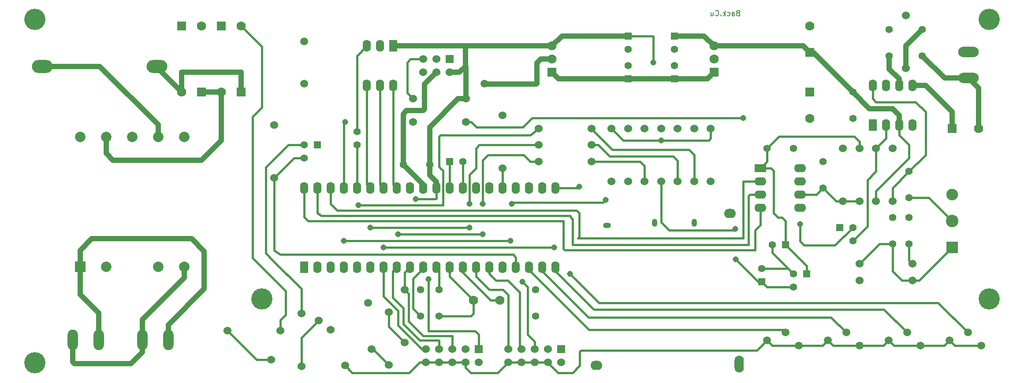
<source format=gbr>
G04 (created by PCBNEW (2013-june-11)-stable) date St 26. únor 2014, 21:47:00 CET*
%MOIN*%
G04 Gerber Fmt 3.4, Leading zero omitted, Abs format*
%FSLAX34Y34*%
G01*
G70*
G90*
G04 APERTURE LIST*
%ADD10C,0.00590551*%
%ADD11C,0.00584252*%
%ADD12R,0.055X0.055*%
%ADD13C,0.055*%
%ADD14C,0.06*%
%ADD15O,0.1575X0.0984*%
%ADD16R,0.09X0.062*%
%ADD17O,0.09X0.062*%
%ADD18R,0.062X0.09*%
%ADD19O,0.062X0.09*%
%ADD20C,0.07*%
%ADD21R,0.07X0.07*%
%ADD22C,0.0943*%
%ADD23R,0.0882X0.0882*%
%ADD24C,0.0882*%
%ADD25C,0.0590551*%
%ADD26R,0.0787402X0.0787402*%
%ADD27C,0.0787402*%
%ADD28R,0.06X0.06*%
%ADD29O,0.156X0.078*%
%ADD30O,0.078X0.156*%
%ADD31O,0.06X0.04*%
%ADD32O,0.04X0.06*%
%ADD33O,0.09X0.07*%
%ADD34O,0.07X0.13*%
%ADD35C,0.16*%
%ADD36C,0.045*%
%ADD37C,0.0170079*%
%ADD38C,0.0393701*%
G04 APERTURE END LIST*
G54D10*
G54D11*
X54296Y27746D02*
X54240Y27728D01*
X54221Y27709D01*
X54203Y27671D01*
X54203Y27615D01*
X54221Y27578D01*
X54240Y27559D01*
X54278Y27540D01*
X54427Y27540D01*
X54427Y27934D01*
X54296Y27934D01*
X54259Y27915D01*
X54240Y27896D01*
X54221Y27859D01*
X54221Y27821D01*
X54240Y27784D01*
X54259Y27765D01*
X54296Y27746D01*
X54427Y27746D01*
X53865Y27540D02*
X53865Y27746D01*
X53884Y27784D01*
X53921Y27803D01*
X53996Y27803D01*
X54034Y27784D01*
X53865Y27559D02*
X53903Y27540D01*
X53996Y27540D01*
X54034Y27559D01*
X54053Y27596D01*
X54053Y27634D01*
X54034Y27671D01*
X53996Y27690D01*
X53903Y27690D01*
X53865Y27709D01*
X53509Y27559D02*
X53546Y27540D01*
X53621Y27540D01*
X53659Y27559D01*
X53678Y27578D01*
X53696Y27615D01*
X53696Y27728D01*
X53678Y27765D01*
X53659Y27784D01*
X53621Y27803D01*
X53546Y27803D01*
X53509Y27784D01*
X53340Y27540D02*
X53340Y27934D01*
X53303Y27690D02*
X53190Y27540D01*
X53190Y27803D02*
X53340Y27653D01*
X53021Y27578D02*
X53003Y27559D01*
X53021Y27540D01*
X53040Y27559D01*
X53021Y27578D01*
X53021Y27540D01*
X52609Y27578D02*
X52628Y27559D01*
X52684Y27540D01*
X52721Y27540D01*
X52778Y27559D01*
X52815Y27596D01*
X52834Y27634D01*
X52853Y27709D01*
X52853Y27765D01*
X52834Y27840D01*
X52815Y27878D01*
X52778Y27915D01*
X52721Y27934D01*
X52684Y27934D01*
X52628Y27915D01*
X52609Y27896D01*
X52272Y27803D02*
X52272Y27540D01*
X52440Y27803D02*
X52440Y27596D01*
X52421Y27559D01*
X52384Y27540D01*
X52328Y27540D01*
X52290Y27559D01*
X52272Y27578D01*
G54D12*
X22500Y17750D03*
G54D13*
X21500Y17750D03*
X21500Y16750D03*
G54D12*
X62000Y11500D03*
G54D13*
X63000Y11500D03*
X63000Y10500D03*
G54D14*
X29750Y19500D03*
X33750Y19500D03*
X29100Y2800D03*
X29100Y6800D03*
X21300Y5000D03*
X21300Y1000D03*
X19250Y19250D03*
X19250Y15250D03*
X46000Y15000D03*
X46000Y19000D03*
X43250Y16500D03*
X39250Y16500D03*
X43250Y17750D03*
X39250Y17750D03*
X43250Y19000D03*
X39250Y19000D03*
X51000Y15000D03*
X51000Y19000D03*
X49750Y15000D03*
X49750Y19000D03*
X47250Y15000D03*
X47250Y19000D03*
X44750Y19000D03*
X44750Y15000D03*
X48500Y15000D03*
X48500Y19000D03*
X52250Y19000D03*
X52250Y15000D03*
X67000Y23550D03*
X67000Y27550D03*
X66000Y13500D03*
X66000Y17500D03*
X62250Y13500D03*
X62250Y17500D03*
X63500Y8750D03*
X67500Y8750D03*
X63500Y7500D03*
X67500Y7500D03*
X33750Y21250D03*
X29750Y21250D03*
X63500Y17500D03*
X63500Y13500D03*
X36500Y16000D03*
X36500Y20000D03*
X64750Y13500D03*
X64750Y17500D03*
G54D15*
X10381Y23700D03*
X1719Y23700D03*
G54D16*
X56000Y16000D03*
G54D17*
X56000Y15000D03*
X56000Y14000D03*
X56000Y13000D03*
X59000Y13000D03*
X59000Y14000D03*
X59000Y15000D03*
X59000Y16000D03*
G54D18*
X64500Y19250D03*
G54D19*
X65500Y19250D03*
X66500Y19250D03*
X67500Y19250D03*
X67500Y22250D03*
X66500Y22250D03*
X65500Y22250D03*
X64500Y22250D03*
G54D18*
X21500Y8500D03*
G54D19*
X22500Y8500D03*
X23500Y8500D03*
X24500Y8500D03*
X25500Y8500D03*
X26500Y8500D03*
X27500Y8500D03*
X28500Y8500D03*
X29500Y8500D03*
X30500Y8500D03*
X31500Y8500D03*
X32500Y8500D03*
X33500Y8500D03*
X34500Y8500D03*
X35500Y8500D03*
X36500Y8500D03*
X37500Y8500D03*
X38500Y8500D03*
X39500Y8500D03*
X40500Y8500D03*
X40500Y14500D03*
X39500Y14500D03*
X38500Y14500D03*
X37500Y14500D03*
X36500Y14500D03*
X35500Y14500D03*
X34500Y14500D03*
X33500Y14500D03*
X32500Y14500D03*
X31500Y14500D03*
X30500Y14500D03*
X29500Y14500D03*
X28500Y14500D03*
X27500Y14500D03*
X26500Y14500D03*
X25500Y14500D03*
X24500Y14500D03*
X23500Y14500D03*
X22500Y14500D03*
X21500Y14500D03*
G54D20*
X16750Y26750D03*
G54D21*
X16750Y21750D03*
G54D20*
X15250Y21750D03*
G54D21*
X15250Y26750D03*
G54D20*
X12250Y21750D03*
G54D21*
X12250Y26750D03*
G54D20*
X13750Y26750D03*
G54D21*
X13750Y21750D03*
X59750Y21750D03*
G54D20*
X59750Y19750D03*
G54D21*
X70500Y19000D03*
G54D20*
X72500Y19000D03*
G54D21*
X59750Y24750D03*
G54D20*
X59750Y26750D03*
G54D13*
X66000Y10250D03*
X66000Y12250D03*
X63000Y21750D03*
X63000Y19750D03*
X68250Y24500D03*
X68250Y26500D03*
X67250Y13750D03*
X67250Y15750D03*
X67250Y10250D03*
X67250Y12250D03*
X39000Y6800D03*
X39000Y4800D03*
X31700Y6800D03*
X31700Y4800D03*
X30300Y4800D03*
X30300Y6800D03*
X31000Y16250D03*
X29000Y16250D03*
G54D12*
X57900Y10200D03*
G54D13*
X56900Y10200D03*
G54D12*
X56100Y7400D03*
G54D13*
X56100Y8400D03*
G54D12*
X46000Y22750D03*
G54D13*
X46000Y23750D03*
G54D12*
X46000Y26000D03*
G54D13*
X46000Y25000D03*
X60750Y14500D03*
X60750Y16500D03*
G54D22*
X70500Y12000D03*
G54D23*
X70500Y10000D03*
G54D24*
X70500Y14000D03*
G54D13*
X65750Y24500D03*
X65750Y26500D03*
G54D12*
X59500Y8000D03*
G54D13*
X58500Y8000D03*
X58500Y7000D03*
G54D20*
X36300Y6000D03*
X34300Y6000D03*
G54D12*
X32500Y16500D03*
G54D13*
X33500Y16500D03*
G54D21*
X40250Y23250D03*
G54D20*
X40250Y25250D03*
X40250Y24250D03*
G54D12*
X49500Y22750D03*
G54D13*
X49500Y23750D03*
G54D12*
X49500Y26000D03*
G54D13*
X49500Y25000D03*
G54D21*
X52500Y23250D03*
G54D20*
X52500Y25250D03*
X52500Y24250D03*
G54D25*
X21500Y25600D03*
X21500Y22400D03*
G54D14*
X19700Y3700D03*
X15700Y3700D03*
G54D18*
X28250Y25250D03*
G54D19*
X27250Y25250D03*
X26250Y25250D03*
X26250Y22250D03*
X27250Y22250D03*
X28250Y22250D03*
G54D26*
X4562Y8528D03*
G54D27*
X6531Y8528D03*
X10468Y8528D03*
X12437Y8528D03*
X12437Y18371D03*
X10468Y18371D03*
X8500Y18371D03*
X6531Y18371D03*
X4562Y18371D03*
G54D28*
X32500Y24250D03*
G54D14*
X32500Y23250D03*
X31500Y24250D03*
X31500Y23250D03*
X30500Y24250D03*
X30500Y23250D03*
G54D29*
X71750Y22810D03*
X71750Y24780D03*
G54D30*
X9260Y3000D03*
X11230Y3000D03*
X4010Y3000D03*
X5980Y3000D03*
G54D14*
X27900Y5100D03*
X27900Y1100D03*
G54D28*
X34700Y2300D03*
G54D14*
X34700Y1300D03*
X33700Y2300D03*
X33700Y1300D03*
X32700Y2300D03*
X32700Y1300D03*
X31700Y2300D03*
X31700Y1300D03*
X30700Y2300D03*
X30700Y1300D03*
G54D28*
X40950Y2300D03*
G54D14*
X40950Y1300D03*
X39950Y2300D03*
X39950Y1300D03*
X38950Y2300D03*
X38950Y1300D03*
X37950Y2300D03*
X37950Y1300D03*
X36950Y2300D03*
X36950Y1300D03*
G54D13*
X58500Y17500D03*
X56500Y17500D03*
G54D31*
X44400Y11650D03*
G54D32*
X51000Y11850D03*
G54D33*
X53700Y12550D03*
G54D32*
X48000Y11850D03*
G54D33*
X43600Y1050D03*
G54D34*
X54400Y1150D03*
G54D13*
X25500Y17750D03*
X25500Y18750D03*
G54D14*
X19000Y1500D03*
G54D25*
X57900Y3550D03*
X56500Y2950D03*
X58900Y2550D03*
X62500Y3550D03*
X61100Y2950D03*
X63500Y2550D03*
X67100Y3550D03*
X65700Y2950D03*
X68100Y2550D03*
X71700Y3550D03*
X70300Y2950D03*
X72700Y2550D03*
G54D14*
X24600Y1050D03*
X26600Y2300D03*
X23500Y3750D03*
X22600Y4450D03*
X26350Y5800D03*
G54D35*
X1150Y1250D03*
X1150Y27250D03*
X73300Y27250D03*
X73300Y6100D03*
X18300Y6100D03*
G54D36*
X38000Y7400D03*
X42300Y14600D03*
X41600Y8000D03*
X44300Y13600D03*
X37200Y13300D03*
X37100Y10500D03*
X24500Y10500D03*
X40400Y10000D03*
X27500Y10000D03*
X30900Y7600D03*
X26500Y11500D03*
X34000Y11500D03*
X34000Y13300D03*
X28600Y11000D03*
X35000Y11000D03*
X35000Y13300D03*
X24600Y19500D03*
X25600Y13200D03*
X54100Y11400D03*
X54150Y9100D03*
X48500Y18100D03*
G54D25*
X35150Y22400D03*
G54D36*
X54700Y19800D03*
X59000Y11750D03*
X47900Y24000D03*
X29950Y13650D03*
G54D37*
X56000Y14000D02*
X55200Y14000D01*
X22500Y12600D02*
X22500Y14500D01*
X22800Y12400D02*
X22500Y12600D01*
X41600Y12400D02*
X22800Y12400D01*
X41800Y12100D02*
X41600Y12400D01*
X41800Y10200D02*
X41800Y12100D01*
X55100Y10200D02*
X41800Y10200D01*
X55100Y13900D02*
X55100Y10200D01*
X55200Y14000D02*
X55100Y13900D01*
X56000Y13000D02*
X56000Y11700D01*
X21500Y12300D02*
X21500Y14500D01*
X21800Y12000D02*
X21500Y12300D01*
X41100Y12000D02*
X21800Y12000D01*
X41100Y9900D02*
X41100Y12000D01*
X41200Y9800D02*
X41100Y9900D01*
X55600Y9800D02*
X41200Y9800D01*
X55600Y11300D02*
X55600Y9800D01*
X56000Y11700D02*
X55600Y11300D01*
X38950Y2300D02*
X38950Y2850D01*
X38000Y7400D02*
X38400Y7000D01*
X38400Y3400D02*
X38400Y7000D01*
X38950Y2850D02*
X38400Y3400D01*
X57200Y3750D02*
X57700Y3750D01*
X57700Y3750D02*
X57900Y3550D01*
X38500Y8500D02*
X38500Y8300D01*
X43050Y3750D02*
X57200Y3750D01*
X57200Y3750D02*
X57250Y3750D01*
X38500Y8300D02*
X43050Y3750D01*
X60550Y4700D02*
X61350Y4700D01*
X39500Y8200D02*
X43000Y4700D01*
X43000Y4700D02*
X60550Y4700D01*
X39500Y8500D02*
X39500Y8200D01*
X61350Y4700D02*
X62500Y3550D01*
X64200Y5300D02*
X65350Y5300D01*
X40500Y8200D02*
X43400Y5300D01*
X43400Y5300D02*
X64200Y5300D01*
X40500Y8500D02*
X40500Y8200D01*
X65350Y5300D02*
X67100Y3550D01*
X68600Y5800D02*
X69450Y5800D01*
X42300Y14600D02*
X42200Y14500D01*
X40500Y14500D02*
X42200Y14500D01*
X68600Y5800D02*
X43800Y5800D01*
X43800Y5800D02*
X41600Y8000D01*
X69450Y5800D02*
X71700Y3550D01*
X37500Y8500D02*
X37500Y9200D01*
X19250Y9750D02*
X19250Y15250D01*
X19700Y9450D02*
X19250Y9750D01*
X37350Y9450D02*
X19700Y9450D01*
X37500Y9200D02*
X37350Y9450D01*
X21500Y16750D02*
X20750Y16750D01*
X20750Y16750D02*
X19250Y15250D01*
X44100Y13400D02*
X44300Y13600D01*
X37300Y13400D02*
X44100Y13400D01*
X37200Y13300D02*
X37300Y13400D01*
X35600Y10500D02*
X37100Y10500D01*
X24500Y10500D02*
X35600Y10500D01*
X28250Y22250D02*
X28250Y14750D01*
X28250Y14750D02*
X28500Y14500D01*
X36500Y16000D02*
X36500Y14500D01*
X30700Y2300D02*
X30400Y2300D01*
X28600Y4500D02*
X28600Y5200D01*
X28600Y5200D02*
X27500Y6300D01*
X27500Y6300D02*
X27500Y8500D01*
X28600Y4100D02*
X28600Y4500D01*
X30400Y2300D02*
X28600Y4100D01*
X27500Y10000D02*
X40400Y10000D01*
X30900Y3650D02*
X34450Y3650D01*
X34700Y3400D02*
X34700Y2300D01*
X34450Y3650D02*
X34700Y3400D01*
X30900Y5900D02*
X30900Y7600D01*
X30900Y3643D02*
X30900Y3650D01*
X30900Y3650D02*
X30900Y5900D01*
X34000Y11500D02*
X26500Y11500D01*
X34000Y15500D02*
X34000Y13300D01*
X34500Y16000D02*
X34000Y15500D01*
X34500Y17500D02*
X34500Y16000D01*
X34750Y17750D02*
X34500Y17500D01*
X39250Y17750D02*
X34750Y17750D01*
X31700Y2300D02*
X31700Y2909D01*
X29000Y4581D02*
X29000Y5400D01*
X29000Y5400D02*
X28200Y6200D01*
X28200Y6200D02*
X28200Y8200D01*
X28200Y8200D02*
X28500Y8500D01*
X29000Y4200D02*
X29000Y4581D01*
X30250Y2950D02*
X29000Y4200D01*
X31659Y2950D02*
X30250Y2950D01*
X31700Y2909D02*
X31659Y2950D01*
X39250Y16500D02*
X38600Y16500D01*
X35000Y11000D02*
X28600Y11000D01*
X35000Y16600D02*
X35000Y13300D01*
X35400Y17000D02*
X35000Y16600D01*
X38100Y17000D02*
X35400Y17000D01*
X38600Y16500D02*
X38100Y17000D01*
X27250Y22250D02*
X27250Y14750D01*
X27250Y14750D02*
X27500Y14500D01*
X26250Y22250D02*
X26250Y14750D01*
X26250Y14750D02*
X26500Y14500D01*
X36950Y2300D02*
X36950Y6400D01*
X34500Y7800D02*
X35500Y6800D01*
X34500Y7800D02*
X34500Y8500D01*
X36550Y6800D02*
X35500Y6800D01*
X36950Y6400D02*
X36550Y6800D01*
X37800Y2700D02*
X37800Y2450D01*
X37800Y2700D02*
X37800Y6600D01*
X37800Y6600D02*
X36900Y7500D01*
X36900Y7500D02*
X36000Y7500D01*
X36000Y7500D02*
X35500Y8000D01*
X35500Y8500D02*
X35500Y8000D01*
X37800Y2450D02*
X37950Y2300D01*
X25500Y14500D02*
X25500Y17750D01*
X56000Y15000D02*
X54700Y15000D01*
X23500Y13300D02*
X23500Y14500D01*
X24000Y12800D02*
X23500Y13300D01*
X42100Y12800D02*
X24000Y12800D01*
X42300Y12600D02*
X42100Y12800D01*
X42300Y10800D02*
X42300Y12600D01*
X42200Y10700D02*
X42300Y10800D01*
X54700Y10700D02*
X42200Y10700D01*
X54700Y15000D02*
X54700Y10700D01*
X24500Y19400D02*
X24500Y14500D01*
X24600Y19500D02*
X24500Y19400D01*
X32700Y2300D02*
X32700Y3300D01*
X29400Y4662D02*
X29400Y6500D01*
X29400Y6500D02*
X29100Y6800D01*
X29400Y4400D02*
X29400Y4662D01*
X30500Y3300D02*
X29400Y4400D01*
X32700Y3300D02*
X30500Y3300D01*
X29100Y6800D02*
X29100Y8100D01*
X29100Y8100D02*
X29500Y8500D01*
X39250Y19000D02*
X38600Y18500D01*
X32000Y13200D02*
X25600Y13200D01*
X32000Y15800D02*
X32000Y13200D01*
X31700Y16100D02*
X32000Y15800D01*
X31700Y18400D02*
X31700Y16100D01*
X31800Y18500D02*
X31700Y18400D01*
X34200Y18500D02*
X31800Y18500D01*
X38600Y18500D02*
X34200Y18500D01*
X56100Y7400D02*
X55850Y7400D01*
X48500Y11900D02*
X48500Y15000D01*
X49100Y11300D02*
X48500Y11900D01*
X54000Y11300D02*
X49100Y11300D01*
X54100Y11400D02*
X54000Y11300D01*
X55850Y7400D02*
X54150Y9100D01*
X48500Y18100D02*
X45650Y18100D01*
X45650Y18100D02*
X44750Y19000D01*
X52250Y18250D02*
X52250Y19000D01*
X52100Y18100D02*
X52250Y18250D01*
X48500Y18100D02*
X52100Y18100D01*
X58500Y7000D02*
X56500Y7000D01*
X56500Y7000D02*
X56100Y7400D01*
X19700Y3700D02*
X19700Y4500D01*
X18300Y25200D02*
X16750Y26750D01*
X18300Y20600D02*
X18300Y25200D01*
X17600Y19900D02*
X18300Y20600D01*
X17600Y9200D02*
X17600Y19900D01*
X20100Y6700D02*
X17600Y9200D01*
X20100Y4900D02*
X20100Y6700D01*
X19700Y4500D02*
X20100Y4900D01*
X39950Y1300D02*
X39950Y1250D01*
X42350Y1050D02*
X42350Y2100D01*
X42350Y2100D02*
X42450Y2200D01*
X42450Y2200D02*
X55700Y2200D01*
X55750Y2200D02*
X56500Y2950D01*
X55700Y2200D02*
X55750Y2200D01*
X41800Y500D02*
X42350Y1050D01*
X40700Y500D02*
X41800Y500D01*
X39950Y1250D02*
X40700Y500D01*
X38950Y1300D02*
X39950Y1300D01*
X37950Y1300D02*
X38950Y1300D01*
X36950Y1300D02*
X37950Y1300D01*
X33700Y1300D02*
X33700Y900D01*
X36150Y500D02*
X36950Y1300D01*
X34100Y500D02*
X36150Y500D01*
X33700Y900D02*
X34100Y500D01*
X30700Y1300D02*
X30250Y1300D01*
X25150Y500D02*
X24600Y1050D01*
X29450Y500D02*
X25150Y500D01*
X30250Y1300D02*
X29450Y500D01*
X32700Y1300D02*
X33700Y1300D01*
X31700Y1300D02*
X32700Y1300D01*
X30700Y1300D02*
X31700Y1300D01*
X72700Y2550D02*
X70700Y2550D01*
X70700Y2550D02*
X70300Y2950D01*
X68100Y2550D02*
X69900Y2550D01*
X69900Y2550D02*
X70300Y2950D01*
X68100Y2550D02*
X66100Y2550D01*
X66100Y2550D02*
X65700Y2950D01*
X63500Y2550D02*
X65300Y2550D01*
X65300Y2550D02*
X65700Y2950D01*
X63500Y2550D02*
X61500Y2550D01*
X61500Y2550D02*
X61100Y2950D01*
X58900Y2550D02*
X60700Y2550D01*
X60700Y2550D02*
X61100Y2950D01*
X58900Y2550D02*
X56900Y2550D01*
X56900Y2550D02*
X56500Y2950D01*
G54D38*
X29000Y16250D02*
X29000Y20100D01*
X29000Y20100D02*
X29250Y20350D01*
X29250Y20350D02*
X30500Y20350D01*
X30500Y20350D02*
X30600Y20450D01*
X30600Y20450D02*
X30600Y22350D01*
X30600Y22350D02*
X31500Y23250D01*
X39400Y24250D02*
X40250Y24250D01*
X39100Y23950D02*
X39400Y24250D01*
X39100Y22400D02*
X39100Y23950D01*
X39050Y22350D02*
X39100Y22400D01*
X35200Y22350D02*
X39050Y22350D01*
X35150Y22400D02*
X35200Y22350D01*
X30500Y14500D02*
X30500Y14750D01*
X30500Y14750D02*
X29000Y16250D01*
G54D37*
X31700Y6800D02*
X31700Y8300D01*
X31700Y8300D02*
X31500Y8500D01*
X56900Y10200D02*
X56900Y9600D01*
X56900Y9600D02*
X58500Y8000D01*
X56100Y8400D02*
X58100Y8400D01*
X58100Y8400D02*
X58500Y8000D01*
X19000Y1500D02*
X17900Y1500D01*
X17900Y1500D02*
X15700Y3700D01*
X30500Y24250D02*
X29550Y24250D01*
X29300Y21700D02*
X29750Y21250D01*
X29300Y24000D02*
X29300Y21700D01*
X29550Y24250D02*
X29300Y24000D01*
X21300Y5000D02*
X21300Y6850D01*
X20300Y17750D02*
X21500Y17750D01*
X18600Y16050D02*
X20300Y17750D01*
X18600Y9550D02*
X18600Y16050D01*
X19150Y9000D02*
X18600Y9550D01*
X21300Y6850D02*
X19150Y9000D01*
X32500Y14500D02*
X32500Y16500D01*
X33500Y14500D02*
X33500Y16500D01*
X21300Y1000D02*
X21300Y3150D01*
X21300Y3150D02*
X22600Y4450D01*
X26600Y2250D02*
X26750Y2250D01*
X26750Y2250D02*
X27900Y1100D01*
X25500Y18750D02*
X25500Y24500D01*
X25500Y24500D02*
X26250Y25250D01*
X33500Y8500D02*
X33500Y8100D01*
X35600Y6000D02*
X36300Y6000D01*
X33500Y8100D02*
X35600Y6000D01*
X31700Y4800D02*
X34100Y4800D01*
X34300Y5000D02*
X34300Y6000D01*
X34100Y4800D02*
X34300Y5000D01*
X32500Y8500D02*
X32500Y7800D01*
X32500Y7800D02*
X34300Y6000D01*
X43250Y19000D02*
X43250Y18950D01*
X51000Y17000D02*
X51000Y15000D01*
X50600Y17400D02*
X51000Y17000D01*
X44800Y17400D02*
X50600Y17400D01*
X43250Y18950D02*
X44800Y17400D01*
X43250Y16500D02*
X46900Y16500D01*
X47250Y16150D02*
X47250Y15000D01*
X46900Y16500D02*
X47250Y16150D01*
X43250Y17750D02*
X43750Y17750D01*
X49750Y16550D02*
X49750Y15000D01*
X49400Y16900D02*
X49750Y16550D01*
X44600Y16900D02*
X49400Y16900D01*
X43750Y17750D02*
X44600Y16900D01*
G54D38*
X67000Y23550D02*
X67000Y25250D01*
X67000Y25250D02*
X68250Y26500D01*
G54D37*
X64750Y17500D02*
X64750Y15750D01*
X64100Y11600D02*
X63000Y10500D01*
X64100Y15100D02*
X64100Y11600D01*
X64750Y15750D02*
X64100Y15100D01*
X65500Y19250D02*
X65500Y18250D01*
X65500Y18250D02*
X64750Y17500D01*
G54D38*
X66500Y22250D02*
X66500Y22750D01*
X65750Y23500D02*
X65750Y24500D01*
X66500Y22750D02*
X65750Y23500D01*
X70500Y19000D02*
X70500Y20250D01*
X68500Y22250D02*
X67500Y22250D01*
X70500Y20250D02*
X68500Y22250D01*
G54D37*
X63000Y11500D02*
X61650Y10150D01*
X54650Y19800D02*
X54700Y19800D01*
X38750Y19800D02*
X54650Y19800D01*
X38050Y19100D02*
X38750Y19800D01*
X34550Y19100D02*
X38050Y19100D01*
X34150Y19500D02*
X34550Y19100D01*
X34150Y19500D02*
X33750Y19500D01*
X59000Y10450D02*
X59000Y11750D01*
X59300Y10150D02*
X59000Y10450D01*
X61650Y10150D02*
X59300Y10150D01*
G54D38*
X71750Y22810D02*
X69940Y22810D01*
X69940Y22810D02*
X68250Y24500D01*
X72500Y19000D02*
X72500Y22060D01*
X72500Y22060D02*
X71750Y22810D01*
G54D37*
X67250Y10250D02*
X67250Y9000D01*
X67250Y9000D02*
X67500Y8750D01*
X59000Y14000D02*
X60250Y14000D01*
X60250Y14000D02*
X60750Y14500D01*
X62250Y13500D02*
X61750Y13500D01*
X61750Y13500D02*
X60750Y14500D01*
X63500Y13500D02*
X62250Y13500D01*
X67250Y13750D02*
X68750Y13750D01*
X68750Y13750D02*
X70500Y12000D01*
X66000Y13500D02*
X66000Y14500D01*
X66000Y14500D02*
X67250Y15750D01*
X64500Y22250D02*
X64500Y21250D01*
X68500Y17000D02*
X67250Y15750D01*
X68500Y20250D02*
X68500Y17000D01*
X67750Y21000D02*
X68500Y20250D01*
X64750Y21000D02*
X67750Y21000D01*
X64500Y21250D02*
X64750Y21000D01*
X67500Y7500D02*
X68000Y7500D01*
X68000Y7500D02*
X70500Y10000D01*
X66000Y10250D02*
X66000Y8200D01*
X66700Y7500D02*
X67500Y7500D01*
X66000Y8200D02*
X66700Y7500D01*
X66000Y10250D02*
X65000Y10250D01*
X65000Y10250D02*
X63500Y8750D01*
G54D38*
X4010Y3000D02*
X4010Y1340D01*
X9260Y2060D02*
X9260Y3000D01*
X8400Y1200D02*
X9260Y2060D01*
X4150Y1200D02*
X8400Y1200D01*
X4010Y1340D02*
X4150Y1200D01*
X12437Y8528D02*
X12437Y7687D01*
X9260Y4510D02*
X9260Y3000D01*
X12437Y7687D02*
X9260Y4510D01*
X10468Y18371D02*
X10468Y19281D01*
X6050Y23700D02*
X1719Y23700D01*
X10468Y19281D02*
X6050Y23700D01*
X5980Y3000D02*
X5980Y5020D01*
X4562Y6437D02*
X4562Y8528D01*
X5980Y5020D02*
X4562Y6437D01*
X11230Y3000D02*
X11230Y4130D01*
X4562Y9762D02*
X4562Y8528D01*
X5450Y10650D02*
X4562Y9762D01*
X13000Y10650D02*
X5450Y10650D01*
X13950Y9700D02*
X13000Y10650D01*
X13950Y6850D02*
X13950Y9700D01*
X11230Y4130D02*
X13950Y6850D01*
X6531Y18371D02*
X6531Y17118D01*
X15250Y18100D02*
X15250Y21750D01*
X13750Y16600D02*
X15250Y18100D01*
X7050Y16600D02*
X13750Y16600D01*
X6531Y17118D02*
X7050Y16600D01*
X13750Y21750D02*
X15250Y21750D01*
X10381Y23700D02*
X10381Y23619D01*
X10381Y23619D02*
X12250Y21750D01*
X12250Y21750D02*
X12250Y23250D01*
X16750Y23250D02*
X16750Y21750D01*
X12250Y23250D02*
X16750Y23250D01*
X49500Y22750D02*
X52000Y22750D01*
X52000Y22750D02*
X52500Y23250D01*
X49500Y22750D02*
X46000Y22750D01*
X46000Y22750D02*
X40750Y22750D01*
X40750Y22750D02*
X40250Y23250D01*
G54D37*
X57350Y12250D02*
X57650Y12250D01*
X57350Y12250D02*
X57000Y12600D01*
X57000Y12600D02*
X57000Y15800D01*
X57000Y15800D02*
X56800Y16000D01*
X56000Y16000D02*
X56800Y16000D01*
X57900Y12000D02*
X57900Y10200D01*
X57650Y12250D02*
X57900Y12000D01*
X47850Y26000D02*
X46000Y26000D01*
X47900Y25950D02*
X47850Y26000D01*
X47900Y24000D02*
X47900Y25950D01*
G54D38*
X31500Y14500D02*
X31500Y14950D01*
X31000Y15450D02*
X31000Y16250D01*
X31500Y14950D02*
X31000Y15450D01*
X33700Y25250D02*
X40250Y25250D01*
G54D37*
X31500Y14500D02*
X31500Y13700D01*
X31450Y13650D02*
X29950Y13650D01*
X31500Y13700D02*
X31450Y13650D01*
G54D38*
X31000Y16250D02*
X31000Y19100D01*
X33150Y21250D02*
X33750Y21250D01*
X31000Y19100D02*
X33150Y21250D01*
X33750Y21250D02*
X33750Y23650D01*
X33750Y23650D02*
X33700Y23700D01*
X28250Y25250D02*
X33700Y25250D01*
X33700Y25250D02*
X33750Y25250D01*
X33750Y25250D02*
X33700Y25200D01*
X33700Y25200D02*
X33700Y23700D01*
X33250Y23250D02*
X32500Y23250D01*
X33700Y23700D02*
X33250Y23250D01*
G54D37*
X30500Y8500D02*
X30500Y8400D01*
X30500Y8400D02*
X29740Y7640D01*
X29740Y7640D02*
X29740Y5359D01*
X29740Y5359D02*
X30300Y4800D01*
X27900Y5100D02*
X27900Y4000D01*
X27900Y4000D02*
X29100Y2800D01*
X59500Y8000D02*
X59500Y8600D01*
X59500Y8600D02*
X57900Y10200D01*
G54D38*
X46000Y26000D02*
X41000Y26000D01*
X41000Y26000D02*
X40250Y25250D01*
G54D37*
X56500Y17500D02*
X56500Y16500D01*
X56500Y16500D02*
X56000Y16000D01*
X63500Y17500D02*
X63500Y18000D01*
X57400Y18400D02*
X56500Y17500D01*
X63100Y18400D02*
X57400Y18400D01*
X63500Y18000D02*
X63100Y18400D01*
X64750Y13500D02*
X64750Y14250D01*
X66500Y18500D02*
X66500Y19250D01*
X67250Y17750D02*
X66500Y18500D01*
X67250Y16750D02*
X67250Y17750D01*
X64750Y14250D02*
X67250Y16750D01*
G54D38*
X59750Y24750D02*
X60000Y24750D01*
X60000Y24750D02*
X63000Y21750D01*
X63000Y21750D02*
X64250Y20500D01*
X64250Y20500D02*
X66000Y20500D01*
X66000Y20500D02*
X66500Y20000D01*
X66500Y20000D02*
X66500Y19250D01*
X52500Y25250D02*
X59250Y25250D01*
X59250Y25250D02*
X59750Y24750D01*
X49500Y26000D02*
X51750Y26000D01*
X51750Y26000D02*
X52500Y25250D01*
M02*

</source>
